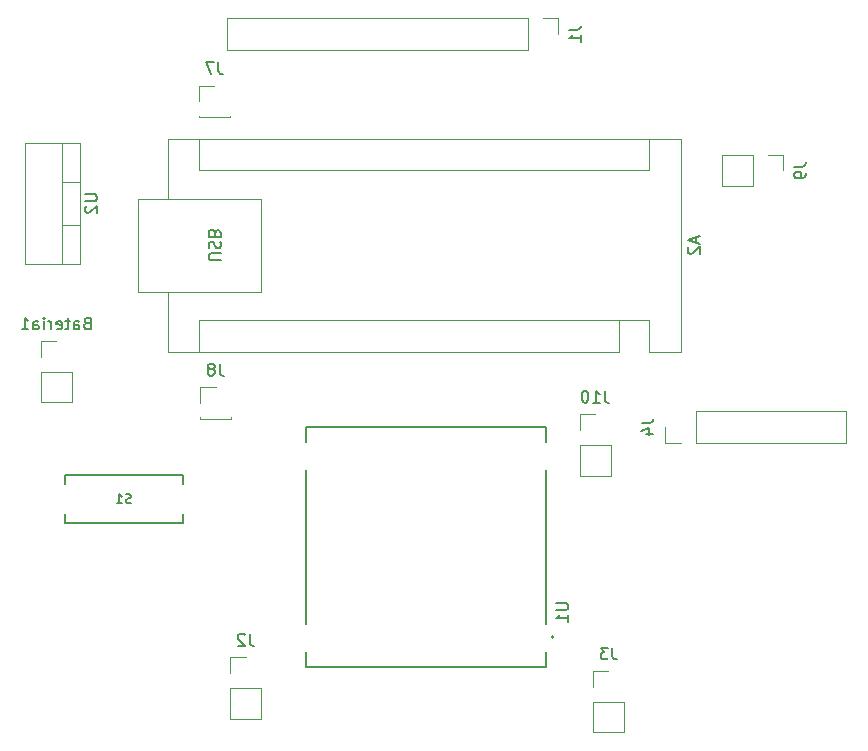
<source format=gbr>
%TF.GenerationSoftware,KiCad,Pcbnew,8.0.0*%
%TF.CreationDate,2024-07-04T13:25:56-03:00*%
%TF.ProjectId,LineFollowerRCX,4c696e65-466f-46c6-9c6f-776572524358,rev?*%
%TF.SameCoordinates,Original*%
%TF.FileFunction,Legend,Bot*%
%TF.FilePolarity,Positive*%
%FSLAX46Y46*%
G04 Gerber Fmt 4.6, Leading zero omitted, Abs format (unit mm)*
G04 Created by KiCad (PCBNEW 8.0.0) date 2024-07-04 13:25:56*
%MOMM*%
%LPD*%
G01*
G04 APERTURE LIST*
%ADD10C,0.150000*%
%ADD11C,0.127000*%
%ADD12C,0.200000*%
%ADD13C,0.120000*%
G04 APERTURE END LIST*
D10*
X165151549Y-130874972D02*
X165039063Y-130912467D01*
X165039063Y-130912467D02*
X164851587Y-130912467D01*
X164851587Y-130912467D02*
X164776596Y-130874972D01*
X164776596Y-130874972D02*
X164739101Y-130837476D01*
X164739101Y-130837476D02*
X164701605Y-130762486D01*
X164701605Y-130762486D02*
X164701605Y-130687495D01*
X164701605Y-130687495D02*
X164739101Y-130612504D01*
X164739101Y-130612504D02*
X164776596Y-130575009D01*
X164776596Y-130575009D02*
X164851587Y-130537514D01*
X164851587Y-130537514D02*
X165001568Y-130500018D01*
X165001568Y-130500018D02*
X165076559Y-130462523D01*
X165076559Y-130462523D02*
X165114054Y-130425028D01*
X165114054Y-130425028D02*
X165151549Y-130350037D01*
X165151549Y-130350037D02*
X165151549Y-130275046D01*
X165151549Y-130275046D02*
X165114054Y-130200056D01*
X165114054Y-130200056D02*
X165076559Y-130162560D01*
X165076559Y-130162560D02*
X165001568Y-130125065D01*
X165001568Y-130125065D02*
X164814091Y-130125065D01*
X164814091Y-130125065D02*
X164701605Y-130162560D01*
X163951698Y-130912467D02*
X164401642Y-130912467D01*
X164176670Y-130912467D02*
X164176670Y-130125065D01*
X164176670Y-130125065D02*
X164251661Y-130237551D01*
X164251661Y-130237551D02*
X164326652Y-130312542D01*
X164326652Y-130312542D02*
X164401642Y-130350037D01*
X201178643Y-139391295D02*
X201988166Y-139391295D01*
X201988166Y-139391295D02*
X202083404Y-139438914D01*
X202083404Y-139438914D02*
X202131024Y-139486533D01*
X202131024Y-139486533D02*
X202178643Y-139581771D01*
X202178643Y-139581771D02*
X202178643Y-139772247D01*
X202178643Y-139772247D02*
X202131024Y-139867485D01*
X202131024Y-139867485D02*
X202083404Y-139915104D01*
X202083404Y-139915104D02*
X201988166Y-139962723D01*
X201988166Y-139962723D02*
X201178643Y-139962723D01*
X202178643Y-140962723D02*
X202178643Y-140391295D01*
X202178643Y-140677009D02*
X201178643Y-140677009D01*
X201178643Y-140677009D02*
X201321500Y-140581771D01*
X201321500Y-140581771D02*
X201416738Y-140486533D01*
X201416738Y-140486533D02*
X201464357Y-140391295D01*
X172536957Y-93585819D02*
X172536957Y-94300104D01*
X172536957Y-94300104D02*
X172584576Y-94442961D01*
X172584576Y-94442961D02*
X172679814Y-94538200D01*
X172679814Y-94538200D02*
X172822671Y-94585819D01*
X172822671Y-94585819D02*
X172917909Y-94585819D01*
X172156004Y-93585819D02*
X171489338Y-93585819D01*
X171489338Y-93585819D02*
X171917909Y-94585819D01*
X172663957Y-119112819D02*
X172663957Y-119827104D01*
X172663957Y-119827104D02*
X172711576Y-119969961D01*
X172711576Y-119969961D02*
X172806814Y-120065200D01*
X172806814Y-120065200D02*
X172949671Y-120112819D01*
X172949671Y-120112819D02*
X173044909Y-120112819D01*
X172044909Y-119541390D02*
X172140147Y-119493771D01*
X172140147Y-119493771D02*
X172187766Y-119446152D01*
X172187766Y-119446152D02*
X172235385Y-119350914D01*
X172235385Y-119350914D02*
X172235385Y-119303295D01*
X172235385Y-119303295D02*
X172187766Y-119208057D01*
X172187766Y-119208057D02*
X172140147Y-119160438D01*
X172140147Y-119160438D02*
X172044909Y-119112819D01*
X172044909Y-119112819D02*
X171854433Y-119112819D01*
X171854433Y-119112819D02*
X171759195Y-119160438D01*
X171759195Y-119160438D02*
X171711576Y-119208057D01*
X171711576Y-119208057D02*
X171663957Y-119303295D01*
X171663957Y-119303295D02*
X171663957Y-119350914D01*
X171663957Y-119350914D02*
X171711576Y-119446152D01*
X171711576Y-119446152D02*
X171759195Y-119493771D01*
X171759195Y-119493771D02*
X171854433Y-119541390D01*
X171854433Y-119541390D02*
X172044909Y-119541390D01*
X172044909Y-119541390D02*
X172140147Y-119589009D01*
X172140147Y-119589009D02*
X172187766Y-119636628D01*
X172187766Y-119636628D02*
X172235385Y-119731866D01*
X172235385Y-119731866D02*
X172235385Y-119922342D01*
X172235385Y-119922342D02*
X172187766Y-120017580D01*
X172187766Y-120017580D02*
X172140147Y-120065200D01*
X172140147Y-120065200D02*
X172044909Y-120112819D01*
X172044909Y-120112819D02*
X171854433Y-120112819D01*
X171854433Y-120112819D02*
X171759195Y-120065200D01*
X171759195Y-120065200D02*
X171711576Y-120017580D01*
X171711576Y-120017580D02*
X171663957Y-119922342D01*
X171663957Y-119922342D02*
X171663957Y-119731866D01*
X171663957Y-119731866D02*
X171711576Y-119636628D01*
X171711576Y-119636628D02*
X171759195Y-119589009D01*
X171759195Y-119589009D02*
X171854433Y-119541390D01*
X213012728Y-108368714D02*
X213012728Y-108844904D01*
X213298443Y-108273476D02*
X212298443Y-108606809D01*
X212298443Y-108606809D02*
X213298443Y-108940142D01*
X212393681Y-109225857D02*
X212346062Y-109273476D01*
X212346062Y-109273476D02*
X212298443Y-109368714D01*
X212298443Y-109368714D02*
X212298443Y-109606809D01*
X212298443Y-109606809D02*
X212346062Y-109702047D01*
X212346062Y-109702047D02*
X212393681Y-109749666D01*
X212393681Y-109749666D02*
X212488919Y-109797285D01*
X212488919Y-109797285D02*
X212584157Y-109797285D01*
X212584157Y-109797285D02*
X212727014Y-109749666D01*
X212727014Y-109749666D02*
X213298443Y-109178238D01*
X213298443Y-109178238D02*
X213298443Y-109797285D01*
X172748804Y-110344904D02*
X171939281Y-110344904D01*
X171939281Y-110344904D02*
X171844043Y-110297285D01*
X171844043Y-110297285D02*
X171796424Y-110249666D01*
X171796424Y-110249666D02*
X171748804Y-110154428D01*
X171748804Y-110154428D02*
X171748804Y-109963952D01*
X171748804Y-109963952D02*
X171796424Y-109868714D01*
X171796424Y-109868714D02*
X171844043Y-109821095D01*
X171844043Y-109821095D02*
X171939281Y-109773476D01*
X171939281Y-109773476D02*
X172748804Y-109773476D01*
X171796424Y-109344904D02*
X171748804Y-109202047D01*
X171748804Y-109202047D02*
X171748804Y-108963952D01*
X171748804Y-108963952D02*
X171796424Y-108868714D01*
X171796424Y-108868714D02*
X171844043Y-108821095D01*
X171844043Y-108821095D02*
X171939281Y-108773476D01*
X171939281Y-108773476D02*
X172034519Y-108773476D01*
X172034519Y-108773476D02*
X172129757Y-108821095D01*
X172129757Y-108821095D02*
X172177376Y-108868714D01*
X172177376Y-108868714D02*
X172224995Y-108963952D01*
X172224995Y-108963952D02*
X172272614Y-109154428D01*
X172272614Y-109154428D02*
X172320233Y-109249666D01*
X172320233Y-109249666D02*
X172367852Y-109297285D01*
X172367852Y-109297285D02*
X172463090Y-109344904D01*
X172463090Y-109344904D02*
X172558328Y-109344904D01*
X172558328Y-109344904D02*
X172653566Y-109297285D01*
X172653566Y-109297285D02*
X172701185Y-109249666D01*
X172701185Y-109249666D02*
X172748804Y-109154428D01*
X172748804Y-109154428D02*
X172748804Y-108916333D01*
X172748804Y-108916333D02*
X172701185Y-108773476D01*
X172272614Y-108011571D02*
X172224995Y-107868714D01*
X172224995Y-107868714D02*
X172177376Y-107821095D01*
X172177376Y-107821095D02*
X172082138Y-107773476D01*
X172082138Y-107773476D02*
X171939281Y-107773476D01*
X171939281Y-107773476D02*
X171844043Y-107821095D01*
X171844043Y-107821095D02*
X171796424Y-107868714D01*
X171796424Y-107868714D02*
X171748804Y-107963952D01*
X171748804Y-107963952D02*
X171748804Y-108344904D01*
X171748804Y-108344904D02*
X172748804Y-108344904D01*
X172748804Y-108344904D02*
X172748804Y-108011571D01*
X172748804Y-108011571D02*
X172701185Y-107916333D01*
X172701185Y-107916333D02*
X172653566Y-107868714D01*
X172653566Y-107868714D02*
X172558328Y-107821095D01*
X172558328Y-107821095D02*
X172463090Y-107821095D01*
X172463090Y-107821095D02*
X172367852Y-107868714D01*
X172367852Y-107868714D02*
X172320233Y-107916333D01*
X172320233Y-107916333D02*
X172272614Y-108011571D01*
X172272614Y-108011571D02*
X172272614Y-108344904D01*
X221291443Y-102409666D02*
X222005728Y-102409666D01*
X222005728Y-102409666D02*
X222148585Y-102362047D01*
X222148585Y-102362047D02*
X222243824Y-102266809D01*
X222243824Y-102266809D02*
X222291443Y-102123952D01*
X222291443Y-102123952D02*
X222291443Y-102028714D01*
X222291443Y-102933476D02*
X222291443Y-103123952D01*
X222291443Y-103123952D02*
X222243824Y-103219190D01*
X222243824Y-103219190D02*
X222196204Y-103266809D01*
X222196204Y-103266809D02*
X222053347Y-103362047D01*
X222053347Y-103362047D02*
X221862871Y-103409666D01*
X221862871Y-103409666D02*
X221481919Y-103409666D01*
X221481919Y-103409666D02*
X221386681Y-103362047D01*
X221386681Y-103362047D02*
X221339062Y-103314428D01*
X221339062Y-103314428D02*
X221291443Y-103219190D01*
X221291443Y-103219190D02*
X221291443Y-103028714D01*
X221291443Y-103028714D02*
X221339062Y-102933476D01*
X221339062Y-102933476D02*
X221386681Y-102885857D01*
X221386681Y-102885857D02*
X221481919Y-102838238D01*
X221481919Y-102838238D02*
X221720014Y-102838238D01*
X221720014Y-102838238D02*
X221815252Y-102885857D01*
X221815252Y-102885857D02*
X221862871Y-102933476D01*
X221862871Y-102933476D02*
X221910490Y-103028714D01*
X221910490Y-103028714D02*
X221910490Y-103219190D01*
X221910490Y-103219190D02*
X221862871Y-103314428D01*
X221862871Y-103314428D02*
X221815252Y-103362047D01*
X221815252Y-103362047D02*
X221720014Y-103409666D01*
X161415052Y-115672009D02*
X161272195Y-115719628D01*
X161272195Y-115719628D02*
X161224576Y-115767247D01*
X161224576Y-115767247D02*
X161176957Y-115862485D01*
X161176957Y-115862485D02*
X161176957Y-116005342D01*
X161176957Y-116005342D02*
X161224576Y-116100580D01*
X161224576Y-116100580D02*
X161272195Y-116148200D01*
X161272195Y-116148200D02*
X161367433Y-116195819D01*
X161367433Y-116195819D02*
X161748385Y-116195819D01*
X161748385Y-116195819D02*
X161748385Y-115195819D01*
X161748385Y-115195819D02*
X161415052Y-115195819D01*
X161415052Y-115195819D02*
X161319814Y-115243438D01*
X161319814Y-115243438D02*
X161272195Y-115291057D01*
X161272195Y-115291057D02*
X161224576Y-115386295D01*
X161224576Y-115386295D02*
X161224576Y-115481533D01*
X161224576Y-115481533D02*
X161272195Y-115576771D01*
X161272195Y-115576771D02*
X161319814Y-115624390D01*
X161319814Y-115624390D02*
X161415052Y-115672009D01*
X161415052Y-115672009D02*
X161748385Y-115672009D01*
X160319814Y-116195819D02*
X160319814Y-115672009D01*
X160319814Y-115672009D02*
X160367433Y-115576771D01*
X160367433Y-115576771D02*
X160462671Y-115529152D01*
X160462671Y-115529152D02*
X160653147Y-115529152D01*
X160653147Y-115529152D02*
X160748385Y-115576771D01*
X160319814Y-116148200D02*
X160415052Y-116195819D01*
X160415052Y-116195819D02*
X160653147Y-116195819D01*
X160653147Y-116195819D02*
X160748385Y-116148200D01*
X160748385Y-116148200D02*
X160796004Y-116052961D01*
X160796004Y-116052961D02*
X160796004Y-115957723D01*
X160796004Y-115957723D02*
X160748385Y-115862485D01*
X160748385Y-115862485D02*
X160653147Y-115814866D01*
X160653147Y-115814866D02*
X160415052Y-115814866D01*
X160415052Y-115814866D02*
X160319814Y-115767247D01*
X159986480Y-115529152D02*
X159605528Y-115529152D01*
X159843623Y-115195819D02*
X159843623Y-116052961D01*
X159843623Y-116052961D02*
X159796004Y-116148200D01*
X159796004Y-116148200D02*
X159700766Y-116195819D01*
X159700766Y-116195819D02*
X159605528Y-116195819D01*
X158891242Y-116148200D02*
X158986480Y-116195819D01*
X158986480Y-116195819D02*
X159176956Y-116195819D01*
X159176956Y-116195819D02*
X159272194Y-116148200D01*
X159272194Y-116148200D02*
X159319813Y-116052961D01*
X159319813Y-116052961D02*
X159319813Y-115672009D01*
X159319813Y-115672009D02*
X159272194Y-115576771D01*
X159272194Y-115576771D02*
X159176956Y-115529152D01*
X159176956Y-115529152D02*
X158986480Y-115529152D01*
X158986480Y-115529152D02*
X158891242Y-115576771D01*
X158891242Y-115576771D02*
X158843623Y-115672009D01*
X158843623Y-115672009D02*
X158843623Y-115767247D01*
X158843623Y-115767247D02*
X159319813Y-115862485D01*
X158415051Y-116195819D02*
X158415051Y-115529152D01*
X158415051Y-115719628D02*
X158367432Y-115624390D01*
X158367432Y-115624390D02*
X158319813Y-115576771D01*
X158319813Y-115576771D02*
X158224575Y-115529152D01*
X158224575Y-115529152D02*
X158129337Y-115529152D01*
X157796003Y-116195819D02*
X157796003Y-115529152D01*
X157796003Y-115195819D02*
X157843622Y-115243438D01*
X157843622Y-115243438D02*
X157796003Y-115291057D01*
X157796003Y-115291057D02*
X157748384Y-115243438D01*
X157748384Y-115243438D02*
X157796003Y-115195819D01*
X157796003Y-115195819D02*
X157796003Y-115291057D01*
X156891242Y-116195819D02*
X156891242Y-115672009D01*
X156891242Y-115672009D02*
X156938861Y-115576771D01*
X156938861Y-115576771D02*
X157034099Y-115529152D01*
X157034099Y-115529152D02*
X157224575Y-115529152D01*
X157224575Y-115529152D02*
X157319813Y-115576771D01*
X156891242Y-116148200D02*
X156986480Y-116195819D01*
X156986480Y-116195819D02*
X157224575Y-116195819D01*
X157224575Y-116195819D02*
X157319813Y-116148200D01*
X157319813Y-116148200D02*
X157367432Y-116052961D01*
X157367432Y-116052961D02*
X157367432Y-115957723D01*
X157367432Y-115957723D02*
X157319813Y-115862485D01*
X157319813Y-115862485D02*
X157224575Y-115814866D01*
X157224575Y-115814866D02*
X156986480Y-115814866D01*
X156986480Y-115814866D02*
X156891242Y-115767247D01*
X155891242Y-116195819D02*
X156462670Y-116195819D01*
X156176956Y-116195819D02*
X156176956Y-115195819D01*
X156176956Y-115195819D02*
X156272194Y-115338676D01*
X156272194Y-115338676D02*
X156367432Y-115433914D01*
X156367432Y-115433914D02*
X156462670Y-115481533D01*
X202241443Y-90852666D02*
X202955728Y-90852666D01*
X202955728Y-90852666D02*
X203098585Y-90805047D01*
X203098585Y-90805047D02*
X203193824Y-90709809D01*
X203193824Y-90709809D02*
X203241443Y-90566952D01*
X203241443Y-90566952D02*
X203241443Y-90471714D01*
X203241443Y-91852666D02*
X203241443Y-91281238D01*
X203241443Y-91566952D02*
X202241443Y-91566952D01*
X202241443Y-91566952D02*
X202384300Y-91471714D01*
X202384300Y-91471714D02*
X202479538Y-91376476D01*
X202479538Y-91376476D02*
X202527157Y-91281238D01*
X175203957Y-141972819D02*
X175203957Y-142687104D01*
X175203957Y-142687104D02*
X175251576Y-142829961D01*
X175251576Y-142829961D02*
X175346814Y-142925200D01*
X175346814Y-142925200D02*
X175489671Y-142972819D01*
X175489671Y-142972819D02*
X175584909Y-142972819D01*
X174775385Y-142068057D02*
X174727766Y-142020438D01*
X174727766Y-142020438D02*
X174632528Y-141972819D01*
X174632528Y-141972819D02*
X174394433Y-141972819D01*
X174394433Y-141972819D02*
X174299195Y-142020438D01*
X174299195Y-142020438D02*
X174251576Y-142068057D01*
X174251576Y-142068057D02*
X174203957Y-142163295D01*
X174203957Y-142163295D02*
X174203957Y-142258533D01*
X174203957Y-142258533D02*
X174251576Y-142401390D01*
X174251576Y-142401390D02*
X174823004Y-142972819D01*
X174823004Y-142972819D02*
X174203957Y-142972819D01*
X161267443Y-104775095D02*
X162076966Y-104775095D01*
X162076966Y-104775095D02*
X162172204Y-104822714D01*
X162172204Y-104822714D02*
X162219824Y-104870333D01*
X162219824Y-104870333D02*
X162267443Y-104965571D01*
X162267443Y-104965571D02*
X162267443Y-105156047D01*
X162267443Y-105156047D02*
X162219824Y-105251285D01*
X162219824Y-105251285D02*
X162172204Y-105298904D01*
X162172204Y-105298904D02*
X162076966Y-105346523D01*
X162076966Y-105346523D02*
X161267443Y-105346523D01*
X161362681Y-105775095D02*
X161315062Y-105822714D01*
X161315062Y-105822714D02*
X161267443Y-105917952D01*
X161267443Y-105917952D02*
X161267443Y-106156047D01*
X161267443Y-106156047D02*
X161315062Y-106251285D01*
X161315062Y-106251285D02*
X161362681Y-106298904D01*
X161362681Y-106298904D02*
X161457919Y-106346523D01*
X161457919Y-106346523D02*
X161553157Y-106346523D01*
X161553157Y-106346523D02*
X161696014Y-106298904D01*
X161696014Y-106298904D02*
X162267443Y-105727476D01*
X162267443Y-105727476D02*
X162267443Y-106346523D01*
X208385443Y-124126666D02*
X209099728Y-124126666D01*
X209099728Y-124126666D02*
X209242585Y-124079047D01*
X209242585Y-124079047D02*
X209337824Y-123983809D01*
X209337824Y-123983809D02*
X209385443Y-123840952D01*
X209385443Y-123840952D02*
X209385443Y-123745714D01*
X208718776Y-125031428D02*
X209385443Y-125031428D01*
X208337824Y-124793333D02*
X209052109Y-124555238D01*
X209052109Y-124555238D02*
X209052109Y-125174285D01*
X205912957Y-143135819D02*
X205912957Y-143850104D01*
X205912957Y-143850104D02*
X205960576Y-143992961D01*
X205960576Y-143992961D02*
X206055814Y-144088200D01*
X206055814Y-144088200D02*
X206198671Y-144135819D01*
X206198671Y-144135819D02*
X206293909Y-144135819D01*
X205532004Y-143135819D02*
X204912957Y-143135819D01*
X204912957Y-143135819D02*
X205246290Y-143516771D01*
X205246290Y-143516771D02*
X205103433Y-143516771D01*
X205103433Y-143516771D02*
X205008195Y-143564390D01*
X205008195Y-143564390D02*
X204960576Y-143612009D01*
X204960576Y-143612009D02*
X204912957Y-143707247D01*
X204912957Y-143707247D02*
X204912957Y-143945342D01*
X204912957Y-143945342D02*
X204960576Y-144040580D01*
X204960576Y-144040580D02*
X205008195Y-144088200D01*
X205008195Y-144088200D02*
X205103433Y-144135819D01*
X205103433Y-144135819D02*
X205389147Y-144135819D01*
X205389147Y-144135819D02*
X205484385Y-144088200D01*
X205484385Y-144088200D02*
X205532004Y-144040580D01*
X205271147Y-121398819D02*
X205271147Y-122113104D01*
X205271147Y-122113104D02*
X205318766Y-122255961D01*
X205318766Y-122255961D02*
X205414004Y-122351200D01*
X205414004Y-122351200D02*
X205556861Y-122398819D01*
X205556861Y-122398819D02*
X205652099Y-122398819D01*
X204271147Y-122398819D02*
X204842575Y-122398819D01*
X204556861Y-122398819D02*
X204556861Y-121398819D01*
X204556861Y-121398819D02*
X204652099Y-121541676D01*
X204652099Y-121541676D02*
X204747337Y-121636914D01*
X204747337Y-121636914D02*
X204842575Y-121684533D01*
X203652099Y-121398819D02*
X203556861Y-121398819D01*
X203556861Y-121398819D02*
X203461623Y-121446438D01*
X203461623Y-121446438D02*
X203414004Y-121494057D01*
X203414004Y-121494057D02*
X203366385Y-121589295D01*
X203366385Y-121589295D02*
X203318766Y-121779771D01*
X203318766Y-121779771D02*
X203318766Y-122017866D01*
X203318766Y-122017866D02*
X203366385Y-122208342D01*
X203366385Y-122208342D02*
X203414004Y-122303580D01*
X203414004Y-122303580D02*
X203461623Y-122351200D01*
X203461623Y-122351200D02*
X203556861Y-122398819D01*
X203556861Y-122398819D02*
X203652099Y-122398819D01*
X203652099Y-122398819D02*
X203747337Y-122351200D01*
X203747337Y-122351200D02*
X203794956Y-122303580D01*
X203794956Y-122303580D02*
X203842575Y-122208342D01*
X203842575Y-122208342D02*
X203890194Y-122017866D01*
X203890194Y-122017866D02*
X203890194Y-121779771D01*
X203890194Y-121779771D02*
X203842575Y-121589295D01*
X203842575Y-121589295D02*
X203794956Y-121494057D01*
X203794956Y-121494057D02*
X203747337Y-121446438D01*
X203747337Y-121446438D02*
X203652099Y-121398819D01*
D11*
%TO.C,S1*%
X162551624Y-132556000D02*
X159551624Y-132556000D01*
X159551624Y-132556000D02*
X159551624Y-131856000D01*
X159551624Y-129256000D02*
X159551624Y-128556000D01*
X164551624Y-132556000D02*
X162551624Y-132556000D01*
X166551624Y-132556000D02*
X164551624Y-132556000D01*
X169551624Y-132556000D02*
X166551624Y-132556000D01*
X169551624Y-132556000D02*
X169551624Y-131856000D01*
X159551624Y-128556000D02*
X169551624Y-128556000D01*
X169551624Y-129256000D02*
X169551624Y-128556000D01*
D12*
%TO.C,U1*%
X200938824Y-142240000D02*
G75*
G02*
X200738824Y-142240000I-100000J0D01*
G01*
X200738824Y-142240000D02*
G75*
G02*
X200938824Y-142240000I100000J0D01*
G01*
D11*
X179950624Y-144780000D02*
X179950624Y-143510000D01*
X179950624Y-128120000D02*
X179950624Y-141120000D01*
X179950624Y-124460000D02*
X179950624Y-125730000D01*
X200270624Y-124460000D02*
X179950624Y-124460000D01*
X179950624Y-144780000D02*
X200270624Y-144780000D01*
X200270624Y-144780000D02*
X200270624Y-143510000D01*
X200270624Y-128120000D02*
X200270624Y-141120000D01*
X200270624Y-124460000D02*
X200270624Y-125730000D01*
D13*
%TO.C,J7*%
X170873624Y-98231000D02*
X170873624Y-98111000D01*
X170873624Y-96901000D02*
X170873624Y-95571000D01*
X170873624Y-95571000D02*
X172203624Y-95571000D01*
X170873624Y-98231000D02*
X173533624Y-98231000D01*
X173533624Y-98231000D02*
X173533624Y-98111000D01*
%TO.C,J8*%
X173660624Y-123758000D02*
X173660624Y-123638000D01*
X171000624Y-123758000D02*
X173660624Y-123758000D01*
X171000624Y-121098000D02*
X172330624Y-121098000D01*
X171000624Y-122428000D02*
X171000624Y-121098000D01*
X171000624Y-123758000D02*
X171000624Y-123638000D01*
%TO.C,A2*%
X211703624Y-118103000D02*
X211703624Y-100063000D01*
X209033624Y-118103000D02*
X211703624Y-118103000D01*
X209033624Y-100063000D02*
X209033624Y-102733000D01*
X170933624Y-102733000D02*
X209033624Y-102733000D01*
X209033624Y-118103000D02*
X209033624Y-115433000D01*
X209033624Y-115433000D02*
X206493624Y-115433000D01*
X206493624Y-118103000D02*
X206493624Y-115433000D01*
X170933624Y-115433000D02*
X206493624Y-115433000D01*
X168263624Y-118103000D02*
X206493624Y-118103000D01*
X165723624Y-105143000D02*
X176143624Y-105143000D01*
X176143624Y-105143000D02*
X176143624Y-113023000D01*
X170933624Y-100063000D02*
X170933624Y-102733000D01*
X170933624Y-118103000D02*
X170933624Y-115433000D01*
X211703624Y-100063000D02*
X168263624Y-100063000D01*
X168263624Y-105143000D02*
X168263624Y-100063000D01*
X168263624Y-113023000D02*
X168263624Y-118103000D01*
X165723624Y-113023000D02*
X165723624Y-105143000D01*
X176143624Y-113023000D02*
X165723624Y-113023000D01*
%TO.C,J9*%
X215196624Y-101413000D02*
X215196624Y-104073000D01*
X215196624Y-104073000D02*
X217796624Y-104073000D01*
X217796624Y-101413000D02*
X217796624Y-104073000D01*
X215196624Y-101413000D02*
X217796624Y-101413000D01*
X220396624Y-101413000D02*
X220396624Y-102743000D01*
X219066624Y-101413000D02*
X220396624Y-101413000D01*
%TO.C,Bateria1*%
X157513624Y-122381000D02*
X157513624Y-119781000D01*
X157513624Y-118511000D02*
X157513624Y-117181000D01*
X157513624Y-117181000D02*
X158843624Y-117181000D01*
X157513624Y-122381000D02*
X160173624Y-122381000D01*
X157513624Y-119781000D02*
X160173624Y-119781000D01*
X160173624Y-122381000D02*
X160173624Y-119781000D01*
%TO.C,J1*%
X173286624Y-89856000D02*
X173286624Y-92516000D01*
X173286624Y-92516000D02*
X198746624Y-92516000D01*
X198746624Y-89856000D02*
X198746624Y-92516000D01*
X173286624Y-89856000D02*
X198746624Y-89856000D01*
X201346624Y-89856000D02*
X201346624Y-91186000D01*
X200016624Y-89856000D02*
X201346624Y-89856000D01*
%TO.C,J2*%
X173540624Y-149158000D02*
X173540624Y-146558000D01*
X173540624Y-145288000D02*
X173540624Y-143958000D01*
X173540624Y-143958000D02*
X174870624Y-143958000D01*
X173540624Y-149158000D02*
X176200624Y-149158000D01*
X173540624Y-146558000D02*
X176200624Y-146558000D01*
X176200624Y-149158000D02*
X176200624Y-146558000D01*
%TO.C,U2*%
X156171624Y-100417000D02*
X160812624Y-100417000D01*
X159302624Y-103686000D02*
X160812624Y-103686000D01*
X159302624Y-107387000D02*
X160812624Y-107387000D01*
X160812624Y-100417000D02*
X160812624Y-110657000D01*
X156171624Y-110657000D02*
X160812624Y-110657000D01*
X159302624Y-100417000D02*
X159302624Y-110657000D01*
X156171624Y-100417000D02*
X156171624Y-110657000D01*
%TO.C,J4*%
X211700624Y-125790000D02*
X210370624Y-125790000D01*
X210370624Y-125790000D02*
X210370624Y-124460000D01*
X225730624Y-125790000D02*
X212970624Y-125790000D01*
X212970624Y-125790000D02*
X212970624Y-123130000D01*
X225730624Y-123130000D02*
X212970624Y-123130000D01*
X225730624Y-125790000D02*
X225730624Y-123130000D01*
%TO.C,J3*%
X204249624Y-150321000D02*
X204249624Y-147721000D01*
X204249624Y-146451000D02*
X204249624Y-145121000D01*
X204249624Y-145121000D02*
X205579624Y-145121000D01*
X204249624Y-150321000D02*
X206909624Y-150321000D01*
X204249624Y-147721000D02*
X206909624Y-147721000D01*
X206909624Y-150321000D02*
X206909624Y-147721000D01*
%TO.C,J10*%
X203131624Y-128584000D02*
X203131624Y-125984000D01*
X203131624Y-124714000D02*
X203131624Y-123384000D01*
X203131624Y-123384000D02*
X204461624Y-123384000D01*
X203131624Y-128584000D02*
X205791624Y-128584000D01*
X203131624Y-125984000D02*
X205791624Y-125984000D01*
X205791624Y-128584000D02*
X205791624Y-125984000D01*
%TD*%
M02*

</source>
